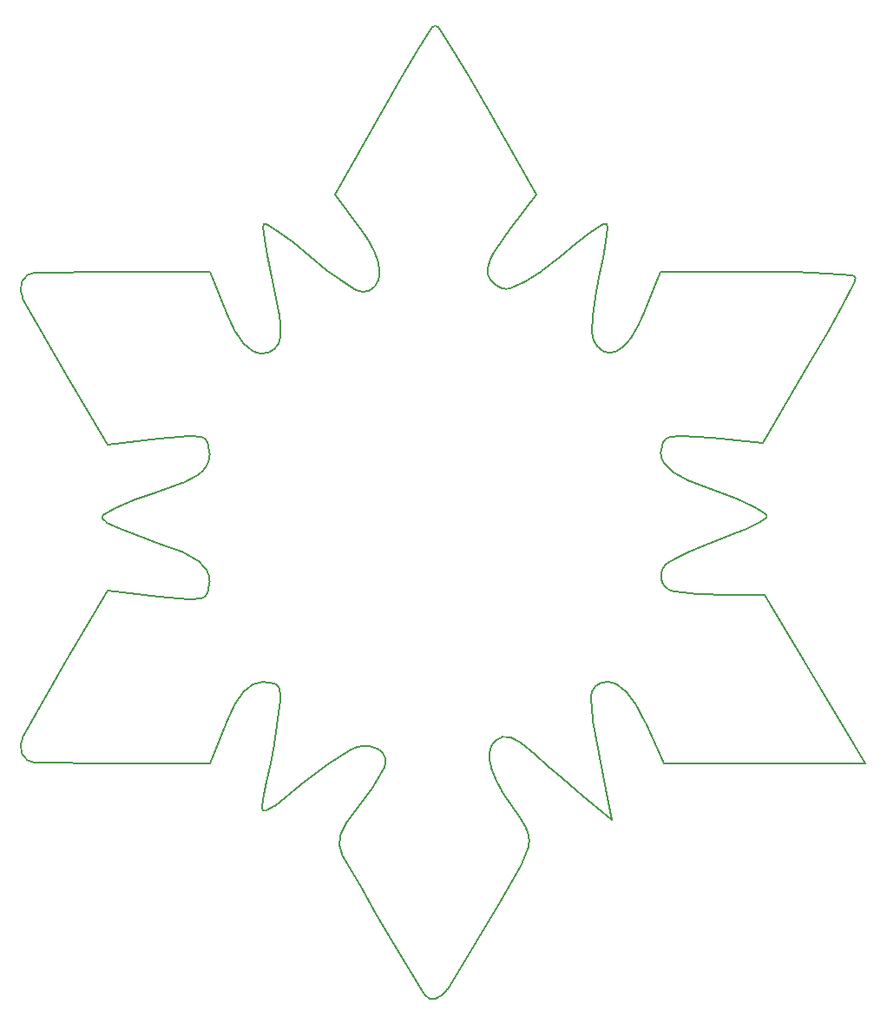
<source format=gbr>
G04 #@! TF.GenerationSoftware,KiCad,Pcbnew,(5.0.0)*
G04 #@! TF.CreationDate,2019-09-07T09:52:17-04:00*
G04 #@! TF.ProjectId,Snowflake,536E6F77666C616B652E6B696361645F,rev?*
G04 #@! TF.SameCoordinates,Original*
G04 #@! TF.FileFunction,Profile,NP*
%FSLAX46Y46*%
G04 Gerber Fmt 4.6, Leading zero omitted, Abs format (unit mm)*
G04 Created by KiCad (PCBNEW (5.0.0)) date 09/07/19 09:52:17*
%MOMM*%
%LPD*%
G01*
G04 APERTURE LIST*
%ADD10C,0.200000*%
G04 APERTURE END LIST*
D10*
X134219695Y-119349466D02*
G75*
G02X135220330Y-119875882I-1100843J-3306765D01*
G01*
X122718667Y-139298119D02*
X125851626Y-144462834D01*
X133425937Y-119324954D02*
G75*
G02X134219695Y-119349466I355882J-1339830D01*
G01*
X132712520Y-119735810D02*
G75*
G02X133425937Y-119324954I1120053J-1120056D01*
G01*
X132404960Y-122483179D02*
G75*
G02X132191694Y-120895205I3966528J1341015D01*
G01*
X135322704Y-127456343D02*
X133406048Y-124609359D01*
X128103335Y-143890610D02*
X133195089Y-135456343D01*
X135220330Y-119875882D02*
X136635394Y-121041756D01*
X126949593Y-144838053D02*
G75*
G02X125851626Y-144462834I-317352J865411D01*
G01*
X117805447Y-130778798D02*
G75*
G02X117533144Y-129826357I2025438J1094219D01*
G01*
X119622544Y-133973336D02*
X121118053Y-136555576D01*
X133406048Y-124609359D02*
G75*
G02X132404960Y-122483179I8782051J5433696D01*
G01*
X135322704Y-127456343D02*
G75*
G02X135973520Y-128796661I-3379631J-2469209D01*
G01*
X135973520Y-128796661D02*
G75*
G02X135982039Y-130091499I-2367170J-663021D01*
G01*
X121118053Y-136555576D02*
X122718667Y-139298119D01*
X133195089Y-135456343D02*
X135263639Y-131870880D01*
X139279878Y-123366801D02*
X140660267Y-124553616D01*
X143551131Y-124456343D02*
X142283596Y-117796403D01*
X132191694Y-120895205D02*
G75*
G02X132712520Y-119735810I1785734J-105510D01*
G01*
X117805447Y-130778798D02*
X118370333Y-131794236D01*
X118370333Y-131794236D02*
X119622544Y-133973336D01*
X128103335Y-143890610D02*
G75*
G02X126949593Y-144838053I-1933081J1177793D01*
G01*
X135982039Y-130091499D02*
G75*
G02X135263639Y-131870880I-7509681J1997215D01*
G01*
X144141877Y-127456343D02*
X143551131Y-124456343D01*
X141766932Y-125485164D02*
X144141877Y-127456343D01*
X140660267Y-124553616D02*
X141766932Y-125485164D01*
X137863835Y-122131968D02*
X139279878Y-123366801D01*
X136635394Y-121041756D02*
X137863835Y-122131968D01*
X158095663Y-96952896D02*
G75*
G02X159150232Y-97616312I-4594371J-8473115D01*
G01*
X159170032Y-97996804D02*
G75*
G02X158629141Y-98357909I-1537606J1717498D01*
G01*
X155490778Y-99743336D02*
X157212321Y-99012831D01*
X163965024Y-113706343D02*
X159068531Y-105456343D01*
X157212321Y-99012831D02*
X158629141Y-98357909D01*
X153598058Y-100477484D02*
X155490778Y-99743336D01*
X148928602Y-103874548D02*
G75*
G02X149750736Y-102245455I1606285J211371D01*
G01*
X150149490Y-105129970D02*
G75*
G02X148928602Y-103874548I231555J1446548D01*
G01*
X168861518Y-121956343D02*
X163965024Y-113706343D01*
X159028627Y-121956343D02*
X168861518Y-121956343D01*
X146476393Y-116184683D02*
G75*
G02X147391987Y-117956343I-16126418J-9456553D01*
G01*
X149195736Y-121956343D02*
X159028627Y-121956343D01*
X147391987Y-117956343D02*
X149195736Y-121956343D01*
X142283596Y-117796403D02*
G75*
G02X142077380Y-115436442I12338389J2267132D01*
G01*
X145549691Y-114946837D02*
G75*
G02X146476393Y-116184683I-5026279J-4728684D01*
G01*
X142077380Y-115436442D02*
G75*
G02X142535461Y-114389020I1451076J-10736D01*
G01*
X154420032Y-95421212D02*
X151739077Y-94416315D01*
X150106379Y-93533142D02*
G75*
G02X149207562Y-92635679I1981714J2883522D01*
G01*
X151739077Y-94416315D02*
G75*
G02X150106379Y-93533142I3323328J8094495D01*
G01*
X156485895Y-96191828D02*
X154420032Y-95421212D01*
X156485895Y-96191828D02*
G75*
G02X158095663Y-96952896I-6079100J-14941148D01*
G01*
X159150232Y-97616312D02*
G75*
G02X159170032Y-97996804I-143378J-198222D01*
G01*
X149750736Y-102245455D02*
G75*
G02X153598058Y-100477484I13771817J-24899057D01*
G01*
X144603241Y-114209319D02*
G75*
G02X145549691Y-114946837I-1903306J-3418540D01*
G01*
X142535461Y-114389020D02*
G75*
G02X143628822Y-113956343I1093361J-1165106D01*
G01*
X154253225Y-105456343D02*
G75*
G02X150149490Y-105129970I-17J25962661D01*
G01*
X143628822Y-113956343D02*
G75*
G02X144603241Y-114209319I0J-2003134D01*
G01*
X159068531Y-105456343D02*
X154253225Y-105456343D01*
X110327568Y-126538013D02*
G75*
G02X109978669Y-126270220I-83243J252727D01*
G01*
X109116919Y-114201239D02*
G75*
G02X110128375Y-113956343I1011456J-1966283D01*
G01*
X104908181Y-121956343D02*
X106508664Y-117956343D01*
X87872123Y-121851912D02*
G75*
G02X86598200Y-120993784I40385J1434610D01*
G01*
X87872123Y-121851912D02*
X95293095Y-121956343D01*
X110461306Y-123705197D02*
X110176927Y-124956343D01*
X111471979Y-118206343D02*
X111167929Y-120016715D01*
X108207907Y-114899737D02*
G75*
G02X109116919Y-114201239I2372887J-2147296D01*
G01*
X107356131Y-116119268D02*
G75*
G02X108207907Y-114899737I5245472J-2756452D01*
G01*
X111167929Y-120016715D02*
X110812862Y-121942280D01*
X117533144Y-129826357D02*
G75*
G02X117670413Y-128809033I2633907J162526D01*
G01*
X117670413Y-128809033D02*
G75*
G02X118264474Y-127623931I4666233J-1597617D01*
G01*
X118641949Y-120584756D02*
G75*
G02X121292574Y-120496163I1408400J-2441622D01*
G01*
X111243060Y-126043758D02*
X114258022Y-123612124D01*
X111200425Y-114131633D02*
G75*
G02X111708474Y-114648885I-254834J-758431D01*
G01*
X118264474Y-127623931D02*
G75*
G02X119395580Y-126134442I15441601J-10552007D01*
G01*
X121908493Y-122349278D02*
G75*
G02X119395580Y-126134442I-17869530J9136590D01*
G01*
X106508664Y-117956343D02*
G75*
G02X107356131Y-116119268I18204717J-7284066D01*
G01*
X111243060Y-126043758D02*
G75*
G02X110327568Y-126538012I-1840501J2314108D01*
G01*
X109978669Y-126270220D02*
G75*
G02X110176927Y-124956343I7134035J-404596D01*
G01*
X111811594Y-115714523D02*
X111471979Y-118206343D01*
X121292575Y-120496162D02*
G75*
G02X121908494Y-122349278I-603657J-1229552D01*
G01*
X111708474Y-114648885D02*
G75*
G02X111811594Y-115714523I-2451558J-775042D01*
G01*
X114258022Y-123612124D02*
G75*
G02X118641949Y-120584755I20802670J-25436443D01*
G01*
X110128375Y-113956343D02*
G75*
G02X111200425Y-114131633I-2J-3365915D01*
G01*
X86598201Y-120993784D02*
G75*
G02X86677630Y-119336595I1706914J748685D01*
G01*
X95293095Y-121956343D02*
X104908181Y-121956343D01*
X110812862Y-121942280D02*
X110461306Y-123705197D01*
X104692189Y-90638168D02*
G75*
G02X104891987Y-91765952I-3083042J-1127781D01*
G01*
X95721603Y-97009884D02*
G75*
G02X97378482Y-96287261I8158179J-16444812D01*
G01*
X121751263Y-58230693D02*
X117110540Y-66456343D01*
X108181172Y-80966095D02*
G75*
G02X107330238Y-79729020I4922323J4297067D01*
G01*
X110077032Y-69632969D02*
G75*
G02X110184481Y-69330516I371605J38297D01*
G01*
X90900502Y-111941764D02*
X86677630Y-119336595D01*
X94923027Y-90858437D02*
X99907507Y-90268099D01*
X119185095Y-75778915D02*
X117840604Y-74930024D01*
X102901506Y-89967157D02*
G75*
G02X104115917Y-90094801I270259J-3269543D01*
G01*
X97959013Y-99770591D02*
X99903749Y-100460250D01*
X110225666Y-70873296D02*
X110471909Y-72368886D01*
X90900502Y-83970922D02*
X94923027Y-90858437D01*
X99907507Y-105644587D02*
X94923027Y-105054249D01*
X102378782Y-101378197D02*
G75*
G02X103835126Y-102202269I-2543002J-6193028D01*
G01*
X94448820Y-98048298D02*
G75*
G02X94539287Y-97665897I236249J146010D01*
G01*
X110000567Y-81956343D02*
G75*
G02X109068825Y-81702503I0J1836941D01*
G01*
X116273337Y-73800562D02*
X114628136Y-72462492D01*
X94858990Y-98421081D02*
X96243715Y-99068298D01*
X104908181Y-73956343D02*
X95293095Y-73956343D01*
X102220869Y-94605726D02*
X99437056Y-95573658D01*
X119832336Y-75956343D02*
G75*
G02X119185095Y-75778915I1J1269254D01*
G01*
X86598201Y-74918902D02*
G75*
G02X87872123Y-74060774I1314307J-576482D01*
G01*
X119589476Y-69755274D02*
G75*
G02X120969954Y-72034291I-10690312J-8033095D01*
G01*
X111200500Y-81516092D02*
G75*
G02X110000567Y-81956343I-1199933J1415124D01*
G01*
X94923027Y-105054249D02*
X90900502Y-111941764D01*
X104688733Y-105281320D02*
G75*
G02X104108439Y-105818467I-831847J316639D01*
G01*
X120969954Y-72034291D02*
G75*
G02X121469229Y-74057088I-4667889J-2225162D01*
G01*
X114628136Y-72462492D02*
X113037157Y-71149033D01*
X102887095Y-105943677D02*
X99907507Y-105644587D01*
X86677630Y-76576091D02*
X90900502Y-83970922D01*
X117840604Y-74930024D02*
X116273337Y-73800562D01*
X104891987Y-104176001D02*
G75*
G02X104688733Y-105281320I-3107061J1D01*
G01*
X104108439Y-105818467D02*
G75*
G02X102887095Y-105943677I-946389J3212098D01*
G01*
X104613573Y-103094695D02*
G75*
G02X104891987Y-104176001I-1960583J-1081306D01*
G01*
X103835126Y-102202269D02*
G75*
G02X104613573Y-103094695I-1671125J-2243418D01*
G01*
X104598567Y-92882061D02*
G75*
G02X103783056Y-93779195I-2380146J1344372D01*
G01*
X99903749Y-100460250D02*
X102378782Y-101378197D01*
X96243715Y-99068298D02*
X97959013Y-99770591D01*
X110832850Y-74074367D02*
X111697329Y-78254841D01*
X110077032Y-69632969D02*
X110225666Y-70873296D01*
X113037157Y-71149033D02*
X111639078Y-70101260D01*
X94858990Y-98421081D02*
G75*
G02X94448819Y-98048298I444232J900831D01*
G01*
X86677630Y-76576092D02*
G75*
G02X86598200Y-74918902I1627485J908505D01*
G01*
X95293095Y-73956343D02*
X87872123Y-74060774D01*
X106508664Y-77956343D02*
X104908181Y-73956343D01*
X99907507Y-90268099D02*
X102901506Y-89967157D01*
X94539287Y-97665897D02*
G75*
G02X95721603Y-97009884I7709906J-12501937D01*
G01*
X109068825Y-81702503D02*
G75*
G02X108181172Y-80966095I1829450J3108371D01*
G01*
X111779711Y-80420579D02*
G75*
G02X111200500Y-81516092I-1656446J174909D01*
G01*
X121017763Y-75397042D02*
G75*
G02X119832336Y-75956343I-1185428J976596D01*
G01*
X104891987Y-91765952D02*
G75*
G02X104598567Y-92882061I-2269430J-1D01*
G01*
X117110540Y-66456343D02*
X119589476Y-69755274D01*
X104115918Y-90094800D02*
G75*
G02X104692189Y-90638168I-254620J-847307D01*
G01*
X107330238Y-79729020D02*
G75*
G02X106508664Y-77956343I16176102J8573783D01*
G01*
X110471909Y-72368886D02*
X110832850Y-74074367D01*
X111697329Y-78254841D02*
G75*
G02X111779711Y-80420579I-7467673J-1368497D01*
G01*
X111639078Y-70101260D02*
X110464124Y-69301828D01*
X99437056Y-95573658D02*
X97378482Y-96287261D01*
X103783056Y-93779195D02*
G75*
G02X102220869Y-94605726I-4130682J5917633D01*
G01*
X121469229Y-74057088D02*
G75*
G02X121017763Y-75397042I-1983652J-77687D01*
G01*
X110184481Y-69330516D02*
G75*
G02X110464124Y-69301828I157445J-157445D01*
G01*
X132298718Y-74792009D02*
G75*
G02X132015671Y-73686940I1130261J878284D01*
G01*
X123566327Y-55076274D02*
X121751263Y-58230693D01*
X126891987Y-49989184D02*
G75*
G02X127185671Y-50143551I10666J-336260D01*
G01*
X134323393Y-69635162D02*
X136754799Y-66447425D01*
X132015671Y-73686940D02*
G75*
G02X132622478Y-72081346I4218823J-676969D01*
G01*
X126599102Y-50156153D02*
X125175649Y-52416669D01*
X130242702Y-55053797D02*
X128620275Y-52397617D01*
X136754799Y-66447425D02*
X132073393Y-58210375D01*
X132073393Y-58210375D02*
X130242702Y-55053797D01*
X128620275Y-52397617D02*
X127185671Y-50143551D01*
X125175649Y-52416669D02*
X123566327Y-55076274D01*
X126599102Y-50156153D02*
G75*
G02X126891987Y-49989184I304317J-193447D01*
G01*
X132622478Y-72081346D02*
G75*
G02X134323393Y-69635162I28620650J-18086468D01*
G01*
X165098984Y-74150838D02*
X162029612Y-74003950D01*
X143318802Y-69301713D02*
G75*
G02X143598775Y-69329798I122812J-185247D01*
G01*
X147275310Y-77956343D02*
G75*
G02X146009647Y-80411175I-13456590J5384261D01*
G01*
X143537741Y-70995377D02*
X143706450Y-69636125D01*
X143270104Y-72626331D02*
X143537741Y-70995377D01*
X143289979Y-81736292D02*
G75*
G02X142318483Y-80625389I1025843J1877353D01*
G01*
X148875793Y-73956343D02*
X147275310Y-77956343D01*
X166567615Y-77345089D02*
X167777497Y-75080066D01*
X165111303Y-79975726D02*
X166567615Y-77345089D01*
X153883486Y-90181504D02*
X158874984Y-90661124D01*
X149207562Y-92635679D02*
G75*
G02X148891987Y-91622028I1470176J1013651D01*
G01*
X142318483Y-80625389D02*
G75*
G02X142181891Y-79830081I1931164J741056D01*
G01*
X162029612Y-74003950D02*
X158383890Y-73956343D01*
X167648216Y-74352195D02*
X165098984Y-74150838D01*
X163383486Y-82970844D02*
X165111303Y-79975726D01*
X148891987Y-91622028D02*
G75*
G02X149117182Y-90624278I2322909J1D01*
G01*
X133368541Y-75585720D02*
G75*
G02X132298719Y-74792009I888537J2315483D01*
G01*
X134216213Y-75595032D02*
G75*
G02X133368541Y-75585720I-411291J1146499D01*
G01*
X135615034Y-74975086D02*
G75*
G02X134216213Y-75595033I-4953170J9288021D01*
G01*
X142883840Y-74492696D02*
X143270104Y-72626331D01*
X167648217Y-74352195D02*
G75*
G02X167891987Y-74618453I-23525J-266258D01*
G01*
X158874984Y-90661124D02*
X163383486Y-82970844D01*
X143598775Y-69329798D02*
G75*
G02X143706450Y-69636125I-265362J-265363D01*
G01*
X142181891Y-79830081D02*
X142273878Y-78274892D01*
X167891987Y-74618453D02*
G75*
G02X167777497Y-75080066I-987837J0D01*
G01*
X137273986Y-73945196D02*
G75*
G02X135615034Y-74975086I-8660992J12100100D01*
G01*
X139041357Y-72560483D02*
X137273986Y-73945196D01*
X140676183Y-71209392D02*
X139041357Y-72560483D01*
X142273878Y-78274892D02*
X142509304Y-76428669D01*
X158383890Y-73956343D02*
X148875793Y-73956343D01*
X142111056Y-70129834D02*
X140676183Y-71209392D01*
X143318802Y-69301712D02*
X142111056Y-70129834D01*
X142509304Y-76428669D02*
X142883840Y-74492696D01*
X144573341Y-81740244D02*
G75*
G02X143289979Y-81736292I-638038J1184932D01*
G01*
X151002304Y-89961241D02*
X153883486Y-90181504D01*
X146009647Y-80411175D02*
G75*
G02X144573341Y-81740244I-3291668J2116626D01*
G01*
X149729427Y-90104501D02*
G75*
G02X151002304Y-89961241I1056532J-3660936D01*
G01*
X149117182Y-90624278D02*
G75*
G02X149729427Y-90104501I883528J-420237D01*
G01*
M02*

</source>
